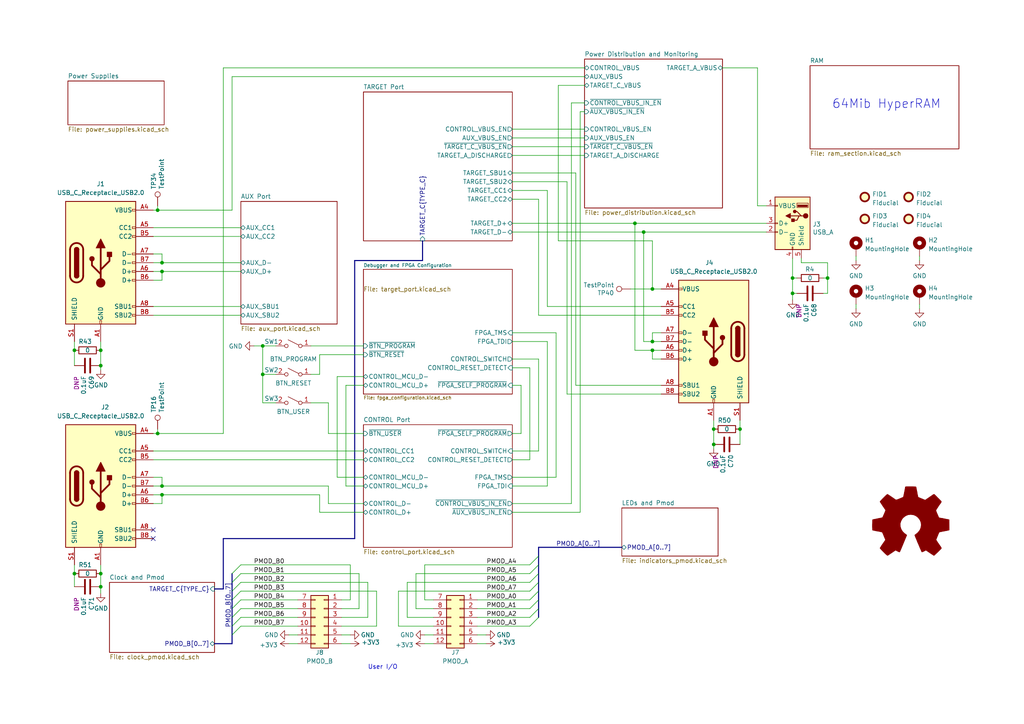
<source format=kicad_sch>
(kicad_sch (version 20211123) (generator eeschema)
  (paper "A4")
  (title_block (title "LUNA USB Multitool") (date "2023-03-09") (rev "r0.5+") (company "Copyright 2019-2023 Great Scott Gadgets") (comment 1 "Licensed under the CERN-OHL-P v2"))
  (lib_symbols
    (symbol "Connector:TestPoint" (pin_numbers hide) (pin_names (offset 0.762) hide)
      (property "Reference" "TP" (at 0 6.858 0))
      (property "Value" "TestPoint" (at 0 5.08 0))
      (symbol "TestPoint_0_1"
        (circle (center 0 3.302) (radius 0.762))
      )
      (symbol "TestPoint_1_1"
        (pin passive line (at 0 0 90) (length 2.54) (name "1") (number "1"))
      )
    )
    (symbol "Connector:USB_A" (pin_names (offset 1.016))
      (property "Reference" "J" (at -5.08 11.43 0))
      (property "Value" "USB_A" (at -5.08 8.89 0))
      (symbol "USB_A_0_1"
        (rectangle (start -5.08 -7.62) (end 5.08 7.62) (stroke (width 0.254)) (fill (type background)))
        (circle (center -3.81 2.159) (radius 0.635) (stroke (width 0.254)) (fill (type outline)))
        (rectangle (start -1.524 4.826) (end -4.318 5.334) (fill (type outline)))
        (rectangle (start -1.27 4.572) (end -4.572 5.842))
        (circle (center -0.635 3.429) (radius 0.381) (stroke (width 0.254)) (fill (type outline)))
        (rectangle (start -0.127 -7.62) (end 0.127 -6.858))
        (polyline (pts (xy -3.175 2.159) (xy -2.54 2.159) (xy -1.27 3.429) (xy -0.635 3.429)) (stroke (width 0.254)))
        (polyline (pts (xy -2.54 2.159) (xy -1.905 2.159) (xy -1.27 0.889) (xy 0 0.889)) (stroke (width 0.254)))
        (polyline (pts (xy 0.635 2.794) (xy 0.635 1.524) (xy 1.905 2.159) (xy 0.635 2.794)) (stroke (width 0.254)) (fill (type outline)))
        (rectangle (start 0.254 1.27) (end -0.508 0.508) (stroke (width 0.254)) (fill (type outline)))
        (rectangle (start 5.08 -2.667) (end 4.318 -2.413))
        (rectangle (start 5.08 -0.127) (end 4.318 0.127))
        (rectangle (start 5.08 4.953) (end 4.318 5.207))
      )
      (symbol "USB_A_1_1"
        (polyline (pts (xy -1.905 2.159) (xy 0.635 2.159)) (stroke (width 0.254)))
        (pin power_in line (at 7.62 5.08 180) (length 2.54) (name "VBUS") (number "1"))
        (pin bidirectional line (at 7.62 -2.54 180) (length 2.54) (name "D-") (number "2"))
        (pin bidirectional line (at 7.62 0 180) (length 2.54) (name "D+") (number "3"))
        (pin power_in line (at 0 -10.16 90) (length 2.54) (name "GND") (number "4"))
        (pin passive line (at -2.54 -10.16 90) (length 2.54) (name "Shield") (number "5"))
      )
    )
    (symbol "Connector:USB_C_Receptacle_USB2.0" (pin_names (offset 1.016))
      (property "Reference" "J" (at -10.16 19.05 0))
      (property "Value" "USB_C_Receptacle_USB2.0" (at 19.05 19.05 0))
      (symbol "USB_C_Receptacle_USB2.0_0_0"
        (rectangle (start -0.254 -17.78) (end 0.254 -16.764))
        (rectangle (start 10.16 -14.986) (end 9.144 -15.494))
        (rectangle (start 10.16 -12.446) (end 9.144 -12.954))
        (rectangle (start 10.16 -4.826) (end 9.144 -5.334))
        (rectangle (start 10.16 -2.286) (end 9.144 -2.794))
        (rectangle (start 10.16 0.254) (end 9.144 -0.254))
        (rectangle (start 10.16 2.794) (end 9.144 2.286))
        (rectangle (start 10.16 7.874) (end 9.144 7.366))
        (rectangle (start 10.16 10.414) (end 9.144 9.906))
        (rectangle (start 10.16 15.494) (end 9.144 14.986))
      )
      (symbol "USB_C_Receptacle_USB2.0_0_1"
        (rectangle (start -10.16 17.78) (end 10.16 -17.78) (stroke (width 0.254)) (fill (type background)))
        (arc (start -8.89 -3.81) (mid -6.985 -5.715) (end -5.08 -3.81) (stroke (width 0.508)))
        (arc (start -7.62 -3.81) (mid -6.985 -4.445) (end -6.35 -3.81) (stroke (width 0.254)))
        (arc (start -7.62 -3.81) (mid -6.985 -4.445) (end -6.35 -3.81) (stroke (width 0.254)) (fill (type outline)))
        (rectangle (start -7.62 -3.81) (end -6.35 3.81) (stroke (width 0.254)) (fill (type outline)))
        (arc (start -6.35 3.81) (mid -6.985 4.445) (end -7.62 3.81) (stroke (width 0.254)))
        (arc (start -6.35 3.81) (mid -6.985 4.445) (end -7.62 3.81) (stroke (width 0.254)) (fill (type outline)))
        (arc (start -5.08 3.81) (mid -6.985 5.715) (end -8.89 3.81) (stroke (width 0.508)))
        (circle (center -2.54 1.143) (radius 0.635) (stroke (width 0.254)) (fill (type outline)))
        (circle (center 0 -5.842) (radius 1.27) (fill (type outline)))
        (polyline (pts (xy -8.89 -3.81) (xy -8.89 3.81)) (stroke (width 0.508)))
        (polyline (pts (xy -5.08 3.81) (xy -5.08 -3.81)) (stroke (width 0.508)))
        (polyline (pts (xy 0 -5.842) (xy 0 4.318)) (stroke (width 0.508)))
        (polyline (pts (xy 0 -3.302) (xy -2.54 -0.762) (xy -2.54 0.508)) (stroke (width 0.508)))
        (polyline (pts (xy 0 -2.032) (xy 2.54 0.508) (xy 2.54 1.778)) (stroke (width 0.508)))
        (polyline (pts (xy -1.27 4.318) (xy 0 6.858) (xy 1.27 4.318) (xy -1.27 4.318)) (stroke (width 0.254)) (fill (type outline)))
        (rectangle (start 1.905 1.778) (end 3.175 3.048) (stroke (width 0.254)) (fill (type outline)))
      )
      (symbol "USB_C_Receptacle_USB2.0_1_1"
        (pin passive line (at 0 -22.86 90) (length 5.08) (name "GND") (number "A1"))
        (pin passive line (at 0 -22.86 90) (length 5.08) hide (name "GND") (number "A12"))
        (pin passive line (at 15.24 15.24 180) (length 5.08) (name "VBUS") (number "A4"))
        (pin bidirectional line (at 15.24 10.16 180) (length 5.08) (name "CC1") (number "A5"))
        (pin bidirectional line (at 15.24 -2.54 180) (length 5.08) (name "D+") (number "A6"))
        (pin bidirectional line (at 15.24 2.54 180) (length 5.08) (name "D-") (number "A7"))
        (pin bidirectional line (at 15.24 -12.7 180) (length 5.08) (name "SBU1") (number "A8"))
        (pin passive line (at 15.24 15.24 180) (length 5.08) hide (name "VBUS") (number "A9"))
        (pin passive line (at 0 -22.86 90) (length 5.08) hide (name "GND") (number "B1"))
        (pin passive line (at 0 -22.86 90) (length 5.08) hide (name "GND") (number "B12"))
        (pin passive line (at 15.24 15.24 180) (length 5.08) hide (name "VBUS") (number "B4"))
        (pin bidirectional line (at 15.24 7.62 180) (length 5.08) (name "CC2") (number "B5"))
        (pin bidirectional line (at 15.24 -5.08 180) (length 5.08) (name "D+") (number "B6"))
        (pin bidirectional line (at 15.24 0 180) (length 5.08) (name "D-") (number "B7"))
        (pin bidirectional line (at 15.24 -15.24 180) (length 5.08) (name "SBU2") (number "B8"))
        (pin passive line (at 15.24 15.24 180) (length 5.08) hide (name "VBUS") (number "B9"))
        (pin passive line (at -7.62 -22.86 90) (length 5.08) (name "SHIELD") (number "S1"))
      )
    )
    (symbol "Connector_Generic:Conn_02x06_Top_Bottom" (pin_names (offset 1.016) hide)
      (property "Reference" "J" (at 1.27 7.62 0))
      (property "Value" "Conn_02x06_Top_Bottom" (at 1.27 -10.16 0))
      (symbol "Conn_02x06_Top_Bottom_1_1"
        (rectangle (start -1.27 -7.493) (end 0 -7.747) (stroke (width 0.1524)))
        (rectangle (start -1.27 -4.953) (end 0 -5.207) (stroke (width 0.1524)))
        (rectangle (start -1.27 -2.413) (end 0 -2.667) (stroke (width 0.1524)))
        (rectangle (start -1.27 0.127) (end 0 -0.127) (stroke (width 0.1524)))
        (rectangle (start -1.27 2.667) (end 0 2.413) (stroke (width 0.1524)))
        (rectangle (start -1.27 5.207) (end 0 4.953) (stroke (width 0.1524)))
        (rectangle (start -1.27 6.35) (end 3.81 -8.89) (stroke (width 0.254)) (fill (type background)))
        (rectangle (start 3.81 -7.493) (end 2.54 -7.747) (stroke (width 0.1524)))
        (rectangle (start 3.81 -4.953) (end 2.54 -5.207) (stroke (width 0.1524)))
        (rectangle (start 3.81 -2.413) (end 2.54 -2.667) (stroke (width 0.1524)))
        (rectangle (start 3.81 0.127) (end 2.54 -0.127) (stroke (width 0.1524)))
        (rectangle (start 3.81 2.667) (end 2.54 2.413) (stroke (width 0.1524)))
        (rectangle (start 3.81 5.207) (end 2.54 4.953) (stroke (width 0.1524)))
        (pin passive line (at -5.08 5.08 0) (length 3.81) (name "Pin_1") (number "1"))
        (pin passive line (at 7.62 -2.54 180) (length 3.81) (name "Pin_10") (number "10"))
        (pin passive line (at 7.62 -5.08 180) (length 3.81) (name "Pin_11") (number "11"))
        (pin passive line (at 7.62 -7.62 180) (length 3.81) (name "Pin_12") (number "12"))
        (pin passive line (at -5.08 2.54 0) (length 3.81) (name "Pin_2") (number "2"))
        (pin passive line (at -5.08 0 0) (length 3.81) (name "Pin_3") (number "3"))
        (pin passive line (at -5.08 -2.54 0) (length 3.81) (name "Pin_4") (number "4"))
        (pin passive line (at -5.08 -5.08 0) (length 3.81) (name "Pin_5") (number "5"))
        (pin passive line (at -5.08 -7.62 0) (length 3.81) (name "Pin_6") (number "6"))
        (pin passive line (at 7.62 5.08 180) (length 3.81) (name "Pin_7") (number "7"))
        (pin passive line (at 7.62 2.54 180) (length 3.81) (name "Pin_8") (number "8"))
        (pin passive line (at 7.62 0 180) (length 3.81) (name "Pin_9") (number "9"))
      )
    )
    (symbol "Device:C" (pin_numbers hide) (pin_names (offset 0.254))
      (property "Reference" "C" (at 0.635 2.54 0))
      (property "Value" "C" (at 0.635 -2.54 0))
      (symbol "C_0_1"
        (polyline (pts (xy -2.032 -0.762) (xy 2.032 -0.762)) (stroke (width 0.508)))
        (polyline (pts (xy -2.032 0.762) (xy 2.032 0.762)) (stroke (width 0.508)))
      )
      (symbol "C_1_1"
        (pin passive line (at 0 3.81 270) (length 2.794) (name "~") (number "1"))
        (pin passive line (at 0 -3.81 90) (length 2.794) (name "~") (number "2"))
      )
    )
    (symbol "Device:R" (pin_numbers hide) (pin_names (offset 0))
      (property "Reference" "R" (at 2.032 0 90))
      (property "Value" "R" (at 0 0 90))
      (symbol "R_0_1"
        (rectangle (start -1.016 -2.54) (end 1.016 2.54) (stroke (width 0.254)))
      )
      (symbol "R_1_1"
        (pin passive line (at 0 3.81 270) (length 1.27) (name "~") (number "1"))
        (pin passive line (at 0 -3.81 90) (length 1.27) (name "~") (number "2"))
      )
    )
    (symbol "Graphic:Logo_Open_Hardware_Large" (pin_names (offset 1.016))
      (symbol "Logo_Open_Hardware_Large_1_1"
        (polyline (pts (xy 6.731 -8.7122) (xy 6.6294 -8.6614) (xy 6.35 -8.4836) (xy 5.9944 -8.255) (xy 5.5372 -7.9502) (xy 5.1054 -7.6454) (xy 4.7498 -7.4168) (xy 4.4958 -7.239) (xy 4.3942 -7.1882) (xy 4.318 -7.2136) (xy 4.1148 -7.3152) (xy 3.81 -7.4676) (xy 3.6322 -7.5692) (xy 3.3528 -7.6708) (xy 3.2258 -7.6962) (xy 3.2004 -7.6708) (xy 3.0988 -7.4676) (xy 2.9464 -7.0866) (xy 2.7178 -6.604) (xy 2.4892 -6.0452) (xy 2.2352 -5.4356) (xy 1.9558 -4.826) (xy 1.7272 -4.2164) (xy 1.4986 -3.683) (xy 1.3208 -3.2512) (xy 1.2192 -2.9464) (xy 1.1684 -2.8194) (xy 1.1938 -2.794) (xy 1.3208 -2.667) (xy 1.5748 -2.4892) (xy 2.0828 -2.0574) (xy 2.6162 -1.397) (xy 2.921 -0.6604) (xy 3.048 0.1524) (xy 2.9464 0.9144) (xy 2.6416 1.6256) (xy 2.1336 2.286) (xy 1.524 2.7686) (xy 0.8128 3.0734) (xy 0 3.175) (xy -0.762 3.0988) (xy -1.4986 2.794) (xy -2.159 2.286) (xy -2.4384 1.9812) (xy -2.8194 1.3208) (xy -3.048 0.6096) (xy -3.0734 0.4318) (xy -3.0226 -0.3556) (xy -2.794 -1.0922) (xy -2.3876 -1.7526) (xy -1.8288 -2.3114) (xy -1.7526 -2.3622) (xy -1.4732 -2.5654) (xy -1.2954 -2.6924) (xy -1.1684 -2.8194) (xy -2.159 -5.207) (xy -2.3114 -5.588) (xy -2.5908 -6.2484) (xy -2.8194 -6.8072) (xy -3.0226 -7.2644) (xy -3.1496 -7.5692) (xy -3.2258 -7.6708) (xy -3.2258 -7.6962) (xy -3.302 -7.6962) (xy -3.4798 -7.6454) (xy -3.8354 -7.4676) (xy -4.0386 -7.366) (xy -4.2926 -7.239) (xy -4.4196 -7.1882) (xy -4.5212 -7.239) (xy -4.7498 -7.3914) (xy -5.1054 -7.6454) (xy -5.5372 -7.9248) (xy -5.9436 -8.2042) (xy -6.3246 -8.4582) (xy -6.604 -8.636) (xy -6.731 -8.7122) (xy -6.7564 -8.7122) (xy -6.858 -8.636) (xy -7.0866 -8.4582) (xy -7.4168 -8.1534) (xy -7.874 -7.6962) (xy -7.9502 -7.62) (xy -8.3312 -7.239) (xy -8.636 -6.9088) (xy -8.8392 -6.6802) (xy -8.9154 -6.5786) (xy -8.9154 -6.5786) (xy -8.8392 -6.4516) (xy -8.6614 -6.1722) (xy -8.4328 -5.7912) (xy -8.128 -5.3594) (xy -7.3152 -4.191) (xy -7.7724 -3.0988) (xy -7.8994 -2.7686) (xy -8.0772 -2.3622) (xy -8.2042 -2.0828) (xy -8.255 -1.9558) (xy -8.382 -1.905) (xy -8.6614 -1.8542) (xy -9.0932 -1.7526) (xy -9.6266 -1.651) (xy -10.1092 -1.5748) (xy -10.541 -1.4732) (xy -10.8712 -1.4224) (xy -11.0236 -1.397) (xy -11.049 -1.3716) (xy -11.0744 -1.2954) (xy -11.0998 -1.143) (xy -11.0998 -0.889) (xy -11.1252 -0.4572) (xy -11.1252 0.1524) (xy -11.1252 0.2286) (xy -11.0998 0.8128) (xy -11.0998 1.27) (xy -11.0744 1.5494) (xy -11.0744 1.6764) (xy -11.0744 1.6764) (xy -10.922 1.7018) (xy -10.6172 1.778) (xy -10.16 1.8542) (xy -9.652 1.9558) (xy -9.6012 1.9812) (xy -9.0932 2.0828) (xy -8.636 2.159) (xy -8.3312 2.2352) (xy -8.2042 2.286) (xy -8.1788 2.3114) (xy -8.0772 2.5146) (xy -7.9248 2.8448) (xy -7.747 3.2512) (xy -7.5692 3.6576) (xy -7.4168 4.0386) (xy -7.3152 4.318) (xy -7.2898 4.445) (xy -7.2898 4.445) (xy -7.366 4.572) (xy -7.5438 4.826) (xy -7.7978 5.207) (xy -8.128 5.6642) (xy -8.128 5.6896) (xy -8.4328 6.1468) (xy -8.6868 6.5278) (xy -8.8392 6.7818) (xy -8.9154 6.9088) (xy -8.9154 6.9088) (xy -8.8138 7.0358) (xy -8.5852 7.2898) (xy -8.255 7.6454) (xy -7.874 8.0264) (xy -7.747 8.1534) (xy -7.3152 8.5852) (xy -7.0104 8.8646) (xy -6.8326 8.9916) (xy -6.731 9.0424) (xy -6.731 9.0424) (xy -6.604 8.9408) (xy -6.3246 8.763) (xy -5.9436 8.509) (xy -5.4864 8.2042) (xy -5.461 8.1788) (xy -5.0038 7.874) (xy -4.6482 7.62) (xy -4.3688 7.4422) (xy -4.2672 7.3914) (xy -4.2418 7.3914) (xy -4.064 7.4422) (xy -3.7338 7.5438) (xy -3.3528 7.6962) (xy -2.9464 7.874) (xy -2.5654 8.0264) (xy -2.286 8.1534) (xy -2.159 8.2296) (xy -2.159 8.2296) (xy -2.1082 8.382) (xy -2.032 8.7122) (xy -1.9304 9.1694) (xy -1.8288 9.7282) (xy -1.8034 9.8044) (xy -1.7018 10.3378) (xy -1.6256 10.7696) (xy -1.5748 11.0744) (xy -1.524 11.2014) (xy -1.4478 11.2268) (xy -1.1938 11.2522) (xy -0.8128 11.2522) (xy -0.3302 11.2522) (xy 0.1524 11.2522) (xy 0.6604 11.2522) (xy 1.0668 11.2268) (xy 1.3716 11.2014) (xy 1.4986 11.176) (xy 1.4986 11.176) (xy 1.5494 11.0236) (xy 1.6256 10.6934) (xy 1.7018 10.2108) (xy 1.8288 9.6774) (xy 1.8288 9.5758) (xy 1.9304 9.0424) (xy 2.032 8.6106) (xy 2.0828 8.3058) (xy 2.1336 8.2042) (xy 2.159 8.1788) (xy 2.3876 8.0772) (xy 2.7432 7.9248) (xy 3.175 7.747) (xy 4.191 7.3406) (xy 5.461 8.2042) (xy 5.5626 8.2804) (xy 6.0198 8.5852) (xy 6.3754 8.8392) (xy 6.6294 8.9916) (xy 6.7564 9.0424) (xy 6.7564 9.0424) (xy 6.8834 8.9408) (xy 7.1374 8.7122) (xy 7.4676 8.382) (xy 7.8486 7.9756) (xy 8.1534 7.6962) (xy 8.4836 7.3406) (xy 8.7122 7.112) (xy 8.8392 6.9596) (xy 8.8646 6.858) (xy 8.8646 6.8072) (xy 8.7884 6.6802) (xy 8.6106 6.4008) (xy 8.3312 6.0198) (xy 8.0264 5.588) (xy 7.7978 5.207) (xy 7.5184 4.8006) (xy 7.3406 4.4958) (xy 7.2898 4.3434) (xy 7.2898 4.2926) (xy 7.3914 4.0386) (xy 7.5184 3.683) (xy 7.7216 3.2258) (xy 8.1534 2.2352) (xy 8.7884 2.1082) (xy 9.1948 2.0574) (xy 9.7536 1.9304) (xy 10.2616 1.8288) (xy 11.0998 1.6764) (xy 11.1252 -1.3208) (xy 10.9982 -1.3716) (xy 10.8712 -1.397) (xy 10.5664 -1.4732) (xy 10.1346 -1.5494) (xy 9.6266 -1.651) (xy 9.1948 -1.7272) (xy 8.7376 -1.8288) (xy 8.4328 -1.8796) (xy 8.2804 -1.905) (xy 8.255 -1.9558) (xy 8.1534 -2.159) (xy 7.9756 -2.5146) (xy 7.8232 -2.921) (xy 7.6454 -3.3274) (xy 7.493 -3.7338) (xy 7.366 -4.0132) (xy 7.3406 -4.191) (xy 7.3914 -4.2926) (xy 7.5692 -4.5466) (xy 7.7978 -4.9276) (xy 8.1026 -5.3594) (xy 8.4074 -5.7912) (xy 8.6614 -6.1722) (xy 8.8138 -6.4262) (xy 8.89 -6.5532) (xy 8.8646 -6.6548) (xy 8.6868 -6.858) (xy 8.3566 -7.1882) (xy 7.874 -7.6708) (xy 7.7978 -7.747) (xy 7.3914 -8.128) (xy 7.0612 -8.4328) (xy 6.8326 -8.636) (xy 6.731 -8.7122)) (fill (type outline)))
      )
    )
    (symbol "Mechanical:Fiducial"
      (property "Reference" "FID" (at 0 5.08 0))
      (property "Value" "Fiducial" (at 0 3.175 0))
      (symbol "Fiducial_0_1"
        (circle (center 0 0) (radius 1.27) (stroke (width 0.508)) (fill (type background)))
      )
    )
    (symbol "Mechanical:MountingHole_Pad" (pin_numbers hide) (pin_names (offset 1.016) hide)
      (property "Reference" "H" (at 0 6.35 0))
      (property "Value" "MountingHole_Pad" (at 0 4.445 0))
      (symbol "MountingHole_Pad_0_1"
        (circle (center 0 1.27) (radius 1.27) (stroke (width 1.27)))
      )
      (symbol "MountingHole_Pad_1_1"
        (pin input line (at 0 -2.54 90) (length 2.54) (name "1") (number "1"))
      )
    )
    (symbol "Switch:SW_SPST" (pin_names (offset 0) hide)
      (property "Reference" "SW" (at 0 3.175 0))
      (property "Value" "SW_SPST" (at 0 -2.54 0))
      (symbol "SW_SPST_0_0"
        (circle (center -2.032 0) (radius 0.508))
        (polyline (pts (xy -1.524 0.254) (xy 1.524 1.778)))
        (circle (center 2.032 0) (radius 0.508))
      )
      (symbol "SW_SPST_1_1"
        (pin passive line (at -5.08 0 0) (length 2.54) (name "A") (number "1"))
        (pin passive line (at 5.08 0 180) (length 2.54) (name "B") (number "2"))
      )
    )
    (symbol "power:+3V3" (power) (pin_names (offset 0))
      (property "Value" "+3V3" (at 0 3.556 0))
      (symbol "+3V3_0_1"
        (polyline (pts (xy -0.762 1.27) (xy 0 2.54)))
        (polyline (pts (xy 0 0) (xy 0 2.54)))
        (polyline (pts (xy 0 2.54) (xy 0.762 1.27)))
      )
      (symbol "+3V3_1_1"
        (pin power_in line (at 0 0 90) (length 0) hide (name "+3V3") (number "1"))
      )
    )
    (symbol "power:GND" (power) (pin_names (offset 0))
      (property "Value" "GND" (at 0 -3.81 0))
      (symbol "GND_0_1"
        (polyline (pts (xy 0 0) (xy 0 -1.27) (xy 1.27 -1.27) (xy 0 -2.54) (xy -1.27 -1.27) (xy 0 -1.27)))
      )
      (symbol "GND_1_1"
        (pin power_in line (at 0 0 270) (length 0) hide (name "GND") (number "1"))
      )
    )
  )
  (bus_alias "TYPE_C" (members "SDA" "SCL" "SBU1S" "SBU2S" "~{INT}" "~{FAULT}"))
  (bus_alias "ULPI" (members "DATA[0..7]" "CLK" "DIR" "STP" "NXT" "~{RESET}"))
  (junction (at 29.21 166.37))
  (junction (at 240.03 80.645))
  (junction (at 76.2 100.33))
  (junction (at 46.99 78.74))
  (junction (at 76.2 108.585))
  (junction (at 29.21 101.6))
  (junction (at 46.99 143.51))
  (junction (at 214.63 124.46))
  (junction (at 45.72 125.73))
  (junction (at 229.87 80.645))
  (junction (at 21.59 101.6))
  (junction (at 189.23 101.6))
  (junction (at 184.15 64.77))
  (junction (at 45.72 60.96))
  (junction (at 29.21 106.045))
  (junction (at 29.21 170.18))
  (junction (at 46.99 76.2))
  (junction (at 207.01 124.46))
  (junction (at 186.69 67.31))
  (junction (at 207.01 128.905))
  (junction (at 189.23 83.82))
  (junction (at 46.99 140.97))
  (junction (at 189.23 99.06))
  (junction (at 21.59 166.37))
  (junction (at 229.87 85.09))
  (no_connect (at 44.45 156.21))
  (no_connect (at 44.45 153.67))
  (bus_entry (at 156.21 179.07) (size -2.54 2.54))
  (bus_entry (at 156.21 173.99) (size -2.54 2.54))
  (bus_entry (at 67.31 179.07) (size 2.54 -2.54))
  (bus_entry (at 67.31 173.99) (size 2.54 -2.54))
  (bus_entry (at 156.21 176.53) (size -2.54 2.54))
  (bus_entry (at 67.31 168.91) (size 2.54 -2.54))
  (bus_entry (at 67.31 181.61) (size 2.54 -2.54))
  (bus_entry (at 67.31 176.53) (size 2.54 -2.54))
  (bus_entry (at 67.31 171.45) (size 2.54 -2.54))
  (bus_entry (at 67.31 166.37) (size 2.54 -2.54))
  (bus_entry (at 156.21 171.45) (size -2.54 2.54))
  (bus_entry (at 156.21 168.91) (size -2.54 2.54))
  (bus_entry (at 156.21 163.83) (size -2.54 2.54))
  (bus_entry (at 156.21 166.37) (size -2.54 2.54))
  (bus_entry (at 156.21 161.29) (size -2.54 2.54))
  (bus_entry (at 67.31 184.15) (size 2.54 -2.54))
  (wire (pts (xy 232.41 76.2) (xy 240.03 76.2)))
  (wire (pts (xy 138.43 184.15) (xy 140.97 184.15)))
  (wire (pts (xy 21.59 101.6) (xy 21.59 106.045)))
  (wire (pts (xy 115.57 171.45) (xy 153.67 171.45)))
  (wire (pts (xy 29.21 101.6) (xy 29.21 106.045)))
  (wire (pts (xy 148.59 106.68) (xy 153.67 106.68)))
  (wire (pts (xy 99.06 173.99) (xy 101.6 173.99)))
  (wire (pts (xy 90.17 108.585) (xy 92.71 108.585)))
  (wire (pts (xy 148.59 42.545) (xy 169.545 42.545)))
  (wire (pts (xy 151.13 125.73) (xy 151.13 111.76)))
  (wire (pts (xy 138.43 181.61) (xy 153.67 181.61)))
  (bus (pts (xy 156.21 161.29) (xy 156.21 163.83)))
  (wire (pts (xy 44.45 125.73) (xy 45.72 125.73)))
  (wire (pts (xy 44.45 143.51) (xy 46.99 143.51)))
  (wire (pts (xy 156.21 130.81) (xy 148.59 130.81)))
  (wire (pts (xy 191.77 83.82) (xy 189.23 83.82)))
  (wire (pts (xy 148.59 96.52) (xy 161.29 96.52)))
  (wire (pts (xy 104.14 176.53) (xy 104.14 166.37)))
  (wire (pts (xy 151.13 111.76) (xy 148.59 111.76)))
  (wire (pts (xy 219.71 19.685) (xy 209.55 19.685)))
  (bus (pts (xy 156.21 173.99) (xy 156.21 176.53)))
  (wire (pts (xy 156.21 104.14) (xy 156.21 130.81)))
  (wire (pts (xy 148.59 125.73) (xy 151.13 125.73)))
  (wire (pts (xy 182.88 83.82) (xy 189.23 83.82)))
  (wire (pts (xy 158.75 55.245) (xy 148.59 55.245)))
  (wire (pts (xy 148.59 37.465) (xy 169.545 37.465)))
  (wire (pts (xy 69.85 68.58) (xy 44.45 68.58)))
  (wire (pts (xy 148.59 104.14) (xy 156.21 104.14)))
  (bus (pts (xy 62.23 186.69) (xy 67.31 186.69)))
  (bus (pts (xy 67.31 166.37) (xy 67.31 168.91)))
  (wire (pts (xy 161.925 24.765) (xy 161.925 69.85)))
  (bus (pts (xy 102.87 75.565) (xy 122.555 75.565)))
  (bus (pts (xy 67.31 184.15) (xy 67.31 186.69)))
  (wire (pts (xy 123.19 184.15) (xy 125.73 184.15)))
  (wire (pts (xy 148.59 64.77) (xy 184.15 64.77)))
  (bus (pts (xy 156.21 158.75) (xy 180.34 158.75)))
  (wire (pts (xy 169.545 45.085) (xy 148.59 45.085)))
  (wire (pts (xy 191.77 88.9) (xy 158.75 88.9)))
  (wire (pts (xy 80.01 116.84) (xy 76.2 116.84)))
  (wire (pts (xy 207.01 124.46) (xy 207.01 128.905)))
  (wire (pts (xy 46.99 76.2) (xy 44.45 76.2)))
  (wire (pts (xy 44.45 78.74) (xy 46.99 78.74)))
  (wire (pts (xy 153.67 168.91) (xy 118.11 168.91)))
  (wire (pts (xy 29.21 166.37) (xy 29.21 170.18)))
  (wire (pts (xy 125.73 186.69) (xy 123.19 186.69)))
  (bus (pts (xy 156.21 163.83) (xy 156.21 166.37)))
  (wire (pts (xy 45.72 125.73) (xy 64.77 125.73)))
  (bus (pts (xy 156.21 171.45) (xy 156.21 173.99)))
  (wire (pts (xy 29.21 99.06) (xy 29.21 101.6)))
  (bus (pts (xy 67.31 176.53) (xy 67.31 179.07)))
  (wire (pts (xy 100.33 140.97) (xy 105.41 140.97)))
  (wire (pts (xy 240.03 85.09) (xy 240.03 80.645)))
  (wire (pts (xy 266.7 89.535) (xy 266.7 88.265)))
  (wire (pts (xy 29.21 106.045) (xy 29.21 107.315)))
  (wire (pts (xy 153.67 179.07) (xy 138.43 179.07)))
  (wire (pts (xy 184.15 64.77) (xy 184.15 101.6)))
  (wire (pts (xy 115.57 171.45) (xy 115.57 181.61)))
  (wire (pts (xy 69.85 76.2) (xy 46.99 76.2)))
  (wire (pts (xy 21.59 99.06) (xy 21.59 101.6)))
  (bus (pts (xy 64.77 156.21) (xy 102.87 156.21)))
  (bus (pts (xy 102.87 156.21) (xy 102.87 75.565)))
  (wire (pts (xy 99.06 176.53) (xy 104.14 176.53)))
  (wire (pts (xy 104.14 166.37) (xy 69.85 166.37)))
  (wire (pts (xy 191.77 114.3) (xy 164.465 114.3)))
  (wire (pts (xy 186.69 99.06) (xy 189.23 99.06)))
  (wire (pts (xy 29.21 170.18) (xy 29.21 172.085)))
  (wire (pts (xy 92.71 108.585) (xy 92.71 102.87)))
  (wire (pts (xy 153.67 163.83) (xy 123.19 163.83)))
  (wire (pts (xy 148.59 57.785) (xy 156.21 57.785)))
  (wire (pts (xy 169.545 29.845) (xy 165.735 29.845)))
  (wire (pts (xy 156.21 57.785) (xy 156.21 91.44)))
  (bus (pts (xy 67.31 179.07) (xy 67.31 181.61)))
  (wire (pts (xy 232.41 74.93) (xy 232.41 76.2)))
  (wire (pts (xy 240.03 76.2) (xy 240.03 80.645)))
  (wire (pts (xy 148.59 148.59) (xy 168.275 148.59)))
  (bus (pts (xy 156.21 158.75) (xy 156.21 161.29)))
  (bus (pts (xy 67.31 168.91) (xy 67.31 171.45)))
  (wire (pts (xy 69.85 179.07) (xy 86.36 179.07)))
  (wire (pts (xy 123.19 163.83) (xy 123.19 173.99)))
  (wire (pts (xy 44.45 60.96) (xy 45.72 60.96)))
  (wire (pts (xy 46.99 81.28) (xy 46.99 78.74)))
  (wire (pts (xy 69.85 171.45) (xy 109.22 171.45)))
  (wire (pts (xy 164.465 114.3) (xy 164.465 52.705)))
  (wire (pts (xy 109.22 171.45) (xy 109.22 181.61)))
  (wire (pts (xy 106.68 179.07) (xy 106.68 168.91)))
  (wire (pts (xy 92.71 143.51) (xy 46.99 143.51)))
  (wire (pts (xy 46.99 73.66) (xy 46.99 76.2)))
  (wire (pts (xy 120.65 166.37) (xy 153.67 166.37)))
  (wire (pts (xy 189.23 69.85) (xy 161.925 69.85)))
  (wire (pts (xy 45.72 59.69) (xy 45.72 60.96)))
  (wire (pts (xy 191.77 99.06) (xy 189.23 99.06)))
  (wire (pts (xy 184.15 101.6) (xy 189.23 101.6)))
  (wire (pts (xy 148.59 140.97) (xy 158.75 140.97)))
  (bus (pts (xy 67.31 181.61) (xy 67.31 184.15)))
  (wire (pts (xy 76.2 108.585) (xy 80.01 108.585)))
  (wire (pts (xy 229.87 85.09) (xy 231.14 85.09)))
  (wire (pts (xy 186.69 67.31) (xy 148.59 67.31)))
  (wire (pts (xy 105.41 100.33) (xy 90.17 100.33)))
  (wire (pts (xy 138.43 176.53) (xy 153.67 176.53)))
  (wire (pts (xy 67.31 60.96) (xy 67.31 22.225)))
  (wire (pts (xy 169.545 24.765) (xy 161.925 24.765)))
  (wire (pts (xy 167.005 111.76) (xy 191.77 111.76)))
  (wire (pts (xy 168.275 32.385) (xy 168.275 148.59)))
  (wire (pts (xy 207.01 121.92) (xy 207.01 124.46)))
  (wire (pts (xy 100.33 111.76) (xy 100.33 140.97)))
  (wire (pts (xy 168.275 32.385) (xy 169.545 32.385)))
  (wire (pts (xy 189.23 83.82) (xy 189.23 69.85)))
  (wire (pts (xy 161.29 96.52) (xy 161.29 138.43)))
  (wire (pts (xy 165.735 29.845) (xy 165.735 146.05)))
  (wire (pts (xy 100.33 111.76) (xy 105.41 111.76)))
  (wire (pts (xy 76.2 116.84) (xy 76.2 108.585)))
  (wire (pts (xy 229.87 80.645) (xy 231.14 80.645)))
  (bus (pts (xy 67.31 171.45) (xy 67.31 173.99)))
  (wire (pts (xy 95.25 146.05) (xy 105.41 146.05)))
  (wire (pts (xy 67.31 22.225) (xy 169.545 22.225)))
  (wire (pts (xy 64.77 125.73) (xy 64.77 19.685)))
  (wire (pts (xy 164.465 52.705) (xy 148.59 52.705)))
  (wire (pts (xy 123.19 173.99) (xy 125.73 173.99)))
  (wire (pts (xy 92.71 102.87) (xy 105.41 102.87)))
  (wire (pts (xy 29.21 163.83) (xy 29.21 166.37)))
  (wire (pts (xy 248.285 75.565) (xy 248.285 74.295)))
  (wire (pts (xy 83.82 186.69) (xy 86.36 186.69)))
  (wire (pts (xy 92.71 143.51) (xy 92.71 148.59)))
  (wire (pts (xy 83.82 184.15) (xy 86.36 184.15)))
  (wire (pts (xy 207.01 128.905) (xy 207.01 130.175)))
  (wire (pts (xy 69.85 173.99) (xy 86.36 173.99)))
  (bus (pts (xy 156.21 166.37) (xy 156.21 168.91)))
  (wire (pts (xy 118.11 168.91) (xy 118.11 179.07)))
  (wire (pts (xy 248.285 89.535) (xy 248.285 88.265)))
  (wire (pts (xy 99.06 186.69) (xy 101.6 186.69)))
  (wire (pts (xy 99.06 179.07) (xy 106.68 179.07)))
  (wire (pts (xy 148.59 50.165) (xy 167.005 50.165)))
  (wire (pts (xy 238.76 85.09) (xy 240.03 85.09)))
  (wire (pts (xy 229.87 85.09) (xy 229.87 86.995)))
  (wire (pts (xy 148.59 99.06) (xy 158.75 99.06)))
  (bus (pts (xy 156.21 168.91) (xy 156.21 171.45)))
  (wire (pts (xy 266.7 75.565) (xy 266.7 74.295)))
  (wire (pts (xy 140.97 186.69) (xy 138.43 186.69)))
  (bus (pts (xy 67.31 173.99) (xy 67.31 176.53)))
  (wire (pts (xy 46.99 138.43) (xy 46.99 140.97)))
  (wire (pts (xy 156.21 91.44) (xy 191.77 91.44)))
  (wire (pts (xy 191.77 101.6) (xy 189.23 101.6)))
  (bus (pts (xy 64.77 170.815) (xy 64.77 156.21)))
  (wire (pts (xy 106.68 168.91) (xy 69.85 168.91)))
  (wire (pts (xy 45.72 124.46) (xy 45.72 125.73)))
  (wire (pts (xy 125.73 181.61) (xy 115.57 181.61)))
  (wire (pts (xy 44.45 73.66) (xy 46.99 73.66)))
  (wire (pts (xy 86.36 181.61) (xy 69.85 181.61)))
  (wire (pts (xy 44.45 140.97) (xy 46.99 140.97)))
  (wire (pts (xy 153.67 106.68) (xy 153.67 133.35)))
  (wire (pts (xy 169.545 40.005) (xy 148.59 40.005)))
  (wire (pts (xy 109.22 181.61) (xy 99.06 181.61)))
  (wire (pts (xy 165.735 146.05) (xy 148.59 146.05)))
  (wire (pts (xy 120.65 176.53) (xy 120.65 166.37)))
  (wire (pts (xy 125.73 176.53) (xy 120.65 176.53)))
  (wire (pts (xy 64.77 19.685) (xy 169.545 19.685)))
  (bus (pts (xy 62.23 170.815) (xy 64.77 170.815)))
  (wire (pts (xy 240.03 80.645) (xy 238.76 80.645)))
  (wire (pts (xy 95.25 140.97) (xy 95.25 146.05)))
  (wire (pts (xy 153.67 173.99) (xy 138.43 173.99)))
  (wire (pts (xy 214.63 124.46) (xy 214.63 128.905)))
  (wire (pts (xy 44.45 66.04) (xy 69.85 66.04)))
  (wire (pts (xy 69.85 91.44) (xy 44.45 91.44)))
  (wire (pts (xy 189.23 101.6) (xy 189.23 104.14)))
  (wire (pts (xy 222.25 64.77) (xy 184.15 64.77)))
  (wire (pts (xy 99.06 184.15) (xy 101.6 184.15)))
  (wire (pts (xy 46.99 146.05) (xy 44.45 146.05)))
  (wire (pts (xy 189.23 99.06) (xy 189.23 96.52)))
  (wire (pts (xy 21.59 166.37) (xy 21.59 170.18)))
  (wire (pts (xy 97.79 109.22) (xy 97.79 138.43)))
  (wire (pts (xy 97.79 138.43) (xy 105.41 138.43)))
  (wire (pts (xy 158.75 99.06) (xy 158.75 140.97)))
  (wire (pts (xy 46.99 143.51) (xy 46.99 146.05)))
  (wire (pts (xy 222.25 59.69) (xy 219.71 59.69)))
  (wire (pts (xy 90.17 116.84) (xy 95.25 116.84)))
  (wire (pts (xy 229.87 80.645) (xy 229.87 85.09)))
  (wire (pts (xy 44.45 81.28) (xy 46.99 81.28)))
  (wire (pts (xy 44.45 133.35) (xy 105.41 133.35)))
  (wire (pts (xy 46.99 78.74) (xy 69.85 78.74)))
  (wire (pts (xy 148.59 138.43) (xy 161.29 138.43)))
  (wire (pts (xy 105.41 109.22) (xy 97.79 109.22)))
  (wire (pts (xy 76.2 100.33) (xy 76.2 108.585)))
  (wire (pts (xy 153.67 133.35) (xy 148.59 133.35)))
  (wire (pts (xy 44.45 138.43) (xy 46.99 138.43)))
  (bus (pts (xy 122.555 75.565) (xy 122.555 69.85)))
  (wire (pts (xy 118.11 179.07) (xy 125.73 179.07)))
  (wire (pts (xy 101.6 163.83) (xy 69.85 163.83)))
  (wire (pts (xy 21.59 166.37) (xy 21.59 163.83)))
  (wire (pts (xy 95.25 125.73) (xy 105.41 125.73)))
  (wire (pts (xy 101.6 173.99) (xy 101.6 163.83)))
  (wire (pts (xy 95.25 140.97) (xy 46.99 140.97)))
  (wire (pts (xy 222.25 67.31) (xy 186.69 67.31)))
  (wire (pts (xy 76.2 100.33) (xy 80.01 100.33)))
  (wire (pts (xy 219.71 59.69) (xy 219.71 19.685)))
  (bus (pts (xy 156.21 176.53) (xy 156.21 179.07)))
  (wire (pts (xy 214.63 124.46) (xy 214.63 121.92)))
  (wire (pts (xy 45.72 60.96) (xy 67.31 60.96)))
  (wire (pts (xy 95.25 116.84) (xy 95.25 125.73)))
  (wire (pts (xy 44.45 88.9) (xy 69.85 88.9)))
  (wire (pts (xy 86.36 176.53) (xy 69.85 176.53)))
  (wire (pts (xy 189.23 104.14) (xy 191.77 104.14)))
  (wire (pts (xy 167.005 50.165) (xy 167.005 111.76)))
  (wire (pts (xy 44.45 130.81) (xy 105.41 130.81)))
  (wire (pts (xy 189.23 96.52) (xy 191.77 96.52)))
  (wire (pts (xy 158.75 88.9) (xy 158.75 55.245)))
  (wire (pts (xy 92.71 148.59) (xy 105.41 148.59)))
  (wire (pts (xy 73.66 100.33) (xy 76.2 100.33)))
  (wire (pts (xy 229.87 74.93) (xy 229.87 80.645)))
  (wire (pts (xy 186.69 67.31) (xy 186.69 99.06)))
  (text "User I/O" (at 106.68 194.31 0) (effects (font (size 1.27 1.27)) (justify left bottom)))
  (text "64Mib HyperRAM" (at 241.3 31.75 0) (effects (font (size 2.54 2.54)) (justify left bottom)))
  (label "PMOD_A6" (at 149.86 168.91 180))
  (label "PMOD_B6" (at 82.55 179.07 180))
  (label "PMOD_A7" (at 149.86 171.45 180))
  (label "PMOD_B0" (at 82.55 163.83 180))
  (label "PMOD_B5" (at 82.55 176.53 180))
  (label "PMOD_B7" (at 82.55 181.61 180))
  (label "PMOD_A2" (at 149.86 179.07 180))
  (label "PMOD_B1" (at 82.55 166.37 180))
  (label "PMOD_B4" (at 82.55 173.99 180))
  (label "PMOD_A1" (at 149.86 176.53 180))
  (label "PMOD_A0" (at 149.86 173.99 180))
  (label "PMOD_A3" (at 149.86 181.61 180))
  (label "PMOD_A4" (at 149.86 163.83 180))
  (label "PMOD_B3" (at 82.55 171.45 180))
  (label "PMOD_B[0..7]" (at 67.31 168.91 270))
  (label "PMOD_B2" (at 82.55 168.91 180))
  (label "PMOD_A[0..7]" (at 161.29 158.75 0))
  (label "PMOD_A5" (at 149.86 166.37 180))
  (symbol (lib_id "power:GND") (at 29.21 107.315 0) (unit 1)
    (property "Reference" "#PWR01" (effects hide))
    (property "Value" "GND" (at 29.3116 111.6838 0))
  )
  (symbol (lib_id "power:GND") (at 207.01 130.175 0) (mirror y) (unit 1)
    (property "Reference" "#PWR09" (effects hide))
    (property "Value" "GND" (at 206.9084 134.5438 0))
  )
  (symbol (lib_id "Connector:USB_A") (at 229.87 64.77 0) (mirror y) (unit 1)
    (property "Reference" "J3" (at 235.6866 65.0494 0) (effects (justify right)))
    (property "Value" "USB_A" (at 235.6866 67.3354 0) (effects (justify right)))
    (property "Footprint" "luna:USB_A_Kycon_KUSBXHT-SB-AS1N-B30-NF_Horizontal" (effects hide))
    (property "Datasheet" " ~" (effects hide))
    (property "Description" "USB A TYPE RECEPTACLE, SHORT BODY" (effects hide))
    (property "Manufacturer" "Jing Extension of the Electronic Co." (effects hide))
    (property "Part Number" "C42411" (effects hide))
    (property "Substitution" "Kycon KUSBXHT-SB-AS1N-B30-NF, Tensility 54-00015, GCT USB1125-GF-B" (effects hide))
  )
  (symbol (lib_id "power:GND") (at 229.87 86.995 0) (unit 1)
    (property "Reference" "#PWR08" (effects hide))
    (property "Value" "GND" (at 229.9716 91.3638 0))
  )
  (symbol (lib_id "Switch:SW_SPST") (at 85.09 100.33 0) (mirror y) (unit 1)
    (property "Reference" "SW1" (at 78.74 99.06 0))
    (property "Value" "BTN_PROGRAM" (at 85.09 104.14 0))
    (property "Footprint" "luna:SW_Tactile_SPST_Angled_TC-1109DE-B-F" (effects hide))
    (property "Description" "SWITCH TACTILE SPST-NO 0.05A 12V" (effects hide))
    (property "Manufacturer" "XKB" (effects hide))
    (property "Part Number" "TC-1109DE-B-F" (effects hide))
  )
  (symbol (lib_id "power:GND") (at 140.97 184.15 90) (mirror x) (unit 1)
    (property "Reference" "#PWR0110" (effects hide))
    (property "Value" "GND" (at 146.05 184.15 90))
  )
  (symbol (lib_id "Switch:SW_SPST") (at 85.09 108.585 0) (mirror y) (unit 1)
    (property "Reference" "SW2" (at 78.74 107.315 0))
    (property "Value" "BTN_RESET" (at 85.09 111.125 0))
    (property "Footprint" "luna:SW_Tactile_SPST_Angled_TC-1109DE-B-F" (effects hide))
    (property "Description" "SWITCH TACTILE SPST-NO 0.05A 12V" (effects hide))
    (property "Manufacturer" "XKB" (effects hide))
    (property "Part Number" "TC-1109DE-B-F" (effects hide))
  )
  (symbol (lib_id "power:GND") (at 73.66 100.33 270) (unit 1)
    (property "Reference" "#PWR0102" (effects hide))
    (property "Value" "GND" (at 70.4088 100.4316 90) (effects (justify right)))
  )
  (symbol (lib_id "Graphic:Logo_Open_Hardware_Large") (at 264.16 152.4 0) (unit 1) (in_bom no) (on_board no)
    (property "Reference" "#LOGO1" (effects hide))
    (property "Value" "Logo_Open_Hardware_Large" (effects hide))
  )
  (symbol (lib_id "Connector:USB_C_Receptacle_USB2.0") (at 29.21 76.2 0) (unit 1)
    (property "Reference" "J1" (at 29.21 53.34 0))
    (property "Value" "USB_C_Receptacle_USB2.0" (at 29.21 55.88 0))
    (property "Footprint" "luna:USB_C_Receptacle_HRO_TYPE-C-31-M-12" (effects hide))
    (property "Description" "CONN RCPT USB2.0 TYPE-C 16POS" (effects hide))
    (property "Manufacturer" "XKB" (effects hide))
    (property "Part Number" "U262-161N-4BVC11" (effects hide))
    (property "Substitution" "HRO TYPE-C-31-M-12, GCT USB4105-GF-A, Cvilux USA CU3216SASDLR009-NH" (effects hide))
  )
  (symbol (lib_id "Connector:USB_C_Receptacle_USB2.0") (at 207.01 99.06 0) (mirror y) (unit 1)
    (property "Reference" "J4" (at 205.74 76.2 0))
    (property "Value" "USB_C_Receptacle_USB2.0" (at 207.01 78.74 0))
    (property "Footprint" "luna:USB_C_Receptacle_HRO_TYPE-C-31-M-12" (effects hide))
    (property "Description" "CONN RCPT USB2.0 TYPE-C 16POS" (effects hide))
    (property "Manufacturer" "XKB" (effects hide))
    (property "Part Number" "U262-161N-4BVC11" (effects hide))
    (property "Substitution" "HRO TYPE-C-31-M-12, GCT USB4105-GF-A, Cvilux USA CU3216SASDLR009-NH" (effects hide))
  )
  (symbol (lib_id "Connector:USB_C_Receptacle_USB2.0") (at 29.21 140.97 0) (unit 1)
    (property "Reference" "J2" (at 30.48 118.11 0))
    (property "Value" "USB_C_Receptacle_USB2.0" (at 29.21 120.65 0))
    (property "Footprint" "luna:USB_C_Receptacle_HRO_TYPE-C-31-M-12" (effects hide))
    (property "Description" "CONN RCPT USB2.0 TYPE-C 16POS" (effects hide))
    (property "Manufacturer" "XKB" (effects hide))
    (property "Part Number" "U262-161N-4BVC11" (effects hide))
    (property "Substitution" "HRO TYPE-C-31-M-12, GCT USB4105-GF-A, Cvilux USA CU3216SASDLR009-NH" (effects hide))
  )
  (symbol (lib_id "power:GND") (at 29.21 172.085 0) (unit 1)
    (property "Reference" "#PWR0125" (effects hide))
    (property "Value" "GND" (at 29.3116 176.4538 0))
  )
  (symbol (lib_id "Connector_Generic:Conn_02x06_Top_Bottom") (at 93.98 179.07 0) (mirror y) (unit 1)
    (property "Reference" "J8" (at 92.71 189.23 0))
    (property "Value" "PMOD_B" (at 92.71 191.77 0))
    (property "Footprint" "luna:PinSocket_2x06_P2.54mm_PMOD" (effects hide))
    (property "Part Number" "PPPC062LJBN-RC" (effects hide))
    (property "Manufacturer" "Sullins Connector Solutions" (effects hide))
    (property "Description" "CONN HDR 12POS 0.1 GOLD PCB R/A" (effects hide))
    (property "Note" "populate only when assembling for installation in enclosure" (effects hide))
  )
  (symbol (lib_id "power:+3V3") (at 101.6 186.69 270) (mirror x) (unit 1)
    (property "Reference" "#PWR0123" (effects hide))
    (property "Value" "+3V3" (at 104.8512 186.309 90) (effects (justify left)))
  )
  (symbol (lib_id "power:+3V3") (at 83.82 186.69 90) (mirror x) (unit 1)
    (property "Reference" "#PWR0130" (effects hide))
    (property "Value" "+3V3" (at 80.5688 187.071 90) (effects (justify left)))
  )
  (symbol (lib_id "power:GND") (at 101.6 184.15 90) (mirror x) (unit 1)
    (property "Reference" "#PWR0132" (effects hide))
    (property "Value" "GND" (at 106.68 184.15 90))
  )
  (symbol (lib_id "power:GND") (at 83.82 184.15 270) (mirror x) (unit 1)
    (property "Reference" "#PWR0134" (effects hide))
    (property "Value" "GND" (at 78.74 184.15 90))
  )
  (symbol (lib_id "Connector_Generic:Conn_02x06_Top_Bottom") (at 133.35 179.07 0) (mirror y) (unit 1)
    (property "Reference" "J7" (at 132.08 189.23 0))
    (property "Value" "PMOD_A" (at 132.08 191.77 0))
    (property "Footprint" "luna:PinSocket_2x06_P2.54mm_PMOD" (effects hide))
    (property "Part Number" "PPPC062LJBN-RC" (effects hide))
    (property "Manufacturer" "Sullins Connector Solutions" (effects hide))
    (property "Description" "CONN HDR 12POS 0.1 GOLD PCB R/A" (effects hide))
    (property "Note" "populate only when assembling for installation in enclosure" (effects hide))
  )
  (symbol (lib_id "power:+3V3") (at 140.97 186.69 270) (mirror x) (unit 1)
    (property "Reference" "#PWR0120" (effects hide))
    (property "Value" "+3V3" (at 144.2212 186.309 90) (effects (justify left)))
  )
  (symbol (lib_id "power:+3V3") (at 123.19 186.69 90) (mirror x) (unit 1)
    (property "Reference" "#PWR0121" (effects hide))
    (property "Value" "+3V3" (at 119.9388 187.071 90) (effects (justify left)))
  )
  (symbol (lib_id "power:GND") (at 123.19 184.15 270) (mirror x) (unit 1)
    (property "Reference" "#PWR0111" (effects hide))
    (property "Value" "GND" (at 118.11 184.15 90))
  )
  (symbol (lib_id "Device:R") (at 210.82 124.46 90) (unit 1)
    (property "Reference" "R50" (at 212.09 121.92 90) (effects (justify left)))
    (property "Value" "0" (at 210.82 124.46 90))
    (property "Footprint" "Resistor_SMD:R_0402_1005Metric" (effects hide))
    (property "Part Number" "RC0402FR-070RL" (effects hide))
    (property "Substitution" "any equivalent" (effects hide))
    (property "Description" "RES 0 OHM JUMPER 1/16W 0402" (effects hide))
    (property "Manufacturer" "Yageo" (effects hide))
  )
  (symbol (lib_id "Device:R") (at 25.4 166.37 90) (unit 1)
    (property "Reference" "R51" (at 26.67 163.83 90) (effects (justify left)))
    (property "Value" "0" (at 25.4 166.37 90))
    (property "Footprint" "Resistor_SMD:R_0402_1005Metric" (effects hide))
    (property "Part Number" "RC0402FR-070RL" (effects hide))
    (property "Substitution" "any equivalent" (effects hide))
    (property "Description" "RES 0 OHM JUMPER 1/16W 0402" (effects hide))
    (property "Manufacturer" "Yageo" (effects hide))
  )
  (symbol (lib_id "Mechanical:MountingHole_Pad") (at 248.285 85.725 0) (unit 1) (in_bom no)
    (property "Reference" "H3" (at 250.825 83.6203 0) (effects (justify left)))
    (property "Value" "MountingHole" (at 250.825 86.1572 0) (effects (justify left)))
    (property "Footprint" "MountingHole:MountingHole_2.2mm_M2_Pad_Via" (effects hide))
  )
  (symbol (lib_id "Connector:TestPoint") (at 45.72 59.69 0) (unit 1) (in_bom no)
    (property "Reference" "TP34" (at 44.577 54.9402 90) (effects (justify left)))
    (property "Value" "TestPoint" (at 46.863 54.9402 90) (effects (justify left)))
    (property "Footprint" "TestPoint:TestPoint_Pad_D1.0mm" (effects hide))
  )
  (symbol (lib_id "Mechanical:MountingHole_Pad") (at 266.7 85.725 0) (unit 1) (in_bom no)
    (property "Reference" "H4" (at 269.24 83.6203 0) (effects (justify left)))
    (property "Value" "MountingHole" (at 269.24 86.1572 0) (effects (justify left)))
    (property "Footprint" "MountingHole:MountingHole_2.2mm_M2_Pad_Via" (effects hide))
  )
  (symbol (lib_id "Mechanical:Fiducial") (at 263.525 63.5 0) (unit 1) (in_bom no)
    (property "Reference" "FID4" (at 265.684 62.6653 0) (effects (justify left)))
    (property "Value" "Fiducial" (at 265.684 65.2022 0) (effects (justify left)))
    (property "Footprint" "Fiducial:Fiducial_0.5mm_Mask1mm" (effects hide))
  )
  (symbol (lib_id "Device:C") (at 234.95 85.09 270) (unit 1)
    (property "Reference" "C68" (at 236.093 88.011 0) (effects (justify left)))
    (property "Value" "0.1uF" (at 233.807 88.011 0) (effects (justify left)))
    (property "Footprint" "Capacitor_SMD:C_0402_1005Metric" (effects hide))
    (property "Part Number" "CL05A104KA5NNNC" (effects hide))
    (property "Substitution" "any equivalent" (effects hide))
    (property "DNP" "DNP" (at 231.775 90.17 0))
    (property "Description" "CAP CER 0.1UF 25V X5R 0402" (effects hide))
    (property "Manufacturer" "Samsung" (effects hide))
  )
  (symbol (lib_id "Mechanical:Fiducial") (at 250.825 63.5 0) (unit 1) (in_bom no)
    (property "Reference" "FID3" (at 252.984 62.6653 0) (effects (justify left)))
    (property "Value" "Fiducial" (at 252.984 65.2022 0) (effects (justify left)))
    (property "Footprint" "Fiducial:Fiducial_0.5mm_Mask1mm" (effects hide))
  )
  (symbol (lib_id "Mechanical:Fiducial") (at 250.825 57.15 0) (unit 1) (in_bom no)
    (property "Reference" "FID1" (at 252.984 56.3153 0) (effects (justify left)))
    (property "Value" "Fiducial" (at 252.984 58.8522 0) (effects (justify left)))
    (property "Footprint" "Fiducial:Fiducial_0.5mm_Mask1mm" (effects hide))
  )
  (symbol (lib_id "Mechanical:MountingHole_Pad") (at 266.7 71.755 0) (unit 1) (in_bom no)
    (property "Reference" "H2" (at 269.24 69.6503 0) (effects (justify left)))
    (property "Value" "MountingHole" (at 269.24 72.1872 0) (effects (justify left)))
    (property "Footprint" "MountingHole:MountingHole_2.2mm_M2_Pad_Via" (effects hide))
  )
  (symbol (lib_id "power:GND") (at 248.285 89.535 0) (unit 1)
    (property "Reference" "#PWR0106" (effects hide))
    (property "Value" "GND" (at 248.285 93.9784 0))
  )
  (symbol (lib_id "power:GND") (at 248.285 75.565 0) (unit 1)
    (property "Reference" "#PWR016" (effects hide))
    (property "Value" "GND" (at 248.285 80.0084 0))
  )
  (symbol (lib_id "Connector:TestPoint") (at 45.72 124.46 0) (unit 1) (in_bom no)
    (property "Reference" "TP16" (at 44.577 119.7102 90) (effects (justify left)))
    (property "Value" "TestPoint" (at 46.863 119.7102 90) (effects (justify left)))
    (property "Footprint" "TestPoint:TestPoint_Pad_D1.0mm" (effects hide))
  )
  (symbol (lib_id "Device:R") (at 25.4 101.6 90) (unit 1)
    (property "Reference" "R43" (at 26.67 99.06 90) (effects (justify left)))
    (property "Value" "0" (at 25.4 101.6 90))
    (property "Footprint" "Resistor_SMD:R_0402_1005Metric" (effects hide))
    (property "Part Number" "RC0402FR-070RL" (effects hide))
    (property "Substitution" "any equivalent" (effects hide))
    (property "Description" "RES 0 OHM JUMPER 1/16W 0402" (effects hide))
    (property "Manufacturer" "Yageo" (effects hide))
  )
  (symbol (lib_id "Device:C") (at 210.82 128.905 270) (unit 1)
    (property "Reference" "C70" (at 211.963 131.826 0) (effects (justify left)))
    (property "Value" "0.1uF" (at 209.677 131.826 0) (effects (justify left)))
    (property "Footprint" "Capacitor_SMD:C_0402_1005Metric" (effects hide))
    (property "Part Number" "CL05A104KA5NNNC" (effects hide))
    (property "Substitution" "any equivalent" (effects hide))
    (property "DNP" "DNP" (at 207.645 133.985 0))
    (property "Description" "CAP CER 0.1UF 25V X5R 0402" (effects hide))
    (property "Manufacturer" "Samsung" (effects hide))
  )
  (symbol (lib_id "power:GND") (at 266.7 75.565 0) (unit 1)
    (property "Reference" "#PWR0104" (effects hide))
    (property "Value" "GND" (at 266.7 80.0084 0))
  )
  (symbol (lib_id "Device:C") (at 25.4 170.18 270) (unit 1)
    (property "Reference" "C71" (at 26.543 173.101 0) (effects (justify left)))
    (property "Value" "0.1uF" (at 24.257 173.101 0) (effects (justify left)))
    (property "Footprint" "Capacitor_SMD:C_0402_1005Metric" (effects hide))
    (property "Part Number" "CL05A104KA5NNNC" (effects hide))
    (property "Substitution" "any equivalent" (effects hide))
    (property "DNP" "DNP" (at 22.225 175.26 0))
    (property "Description" "CAP CER 0.1UF 25V X5R 0402" (effects hide))
    (property "Manufacturer" "Samsung" (effects hide))
  )
  (symbol (lib_id "Device:C") (at 25.4 106.045 270) (unit 1)
    (property "Reference" "C69" (at 26.543 108.966 0) (effects (justify left)))
    (property "Value" "0.1uF" (at 24.257 108.966 0) (effects (justify left)))
    (property "Footprint" "Capacitor_SMD:C_0402_1005Metric" (effects hide))
    (property "Part Number" "CL05A104KA5NNNC" (effects hide))
    (property "Substitution" "any equivalent" (effects hide))
    (property "DNP" "DNP" (at 22.225 111.125 0))
    (property "Description" "CAP CER 0.1UF 25V X5R 0402" (effects hide))
    (property "Manufacturer" "Samsung" (effects hide))
  )
  (symbol (lib_id "Switch:SW_SPST") (at 85.09 116.84 0) (mirror y) (unit 1)
    (property "Reference" "SW3" (at 78.74 115.57 0))
    (property "Value" "BTN_USER" (at 85.09 119.38 0))
    (property "Footprint" "luna:SW_Tactile_SPST_Angled_TC-1109DE-B-F" (effects hide))
    (property "Description" "SWITCH TACTILE SPST-NO 0.05A 12V" (effects hide))
    (property "Manufacturer" "XKB" (effects hide))
    (property "Part Number" "TC-1109DE-B-F" (effects hide))
  )
  (symbol (lib_id "Mechanical:MountingHole_Pad") (at 248.285 71.755 0) (unit 1) (in_bom no)
    (property "Reference" "H1" (at 250.825 69.6503 0) (effects (justify left)))
    (property "Value" "MountingHole" (at 250.825 72.1872 0) (effects (justify left)))
    (property "Footprint" "MountingHole:MountingHole_2.2mm_M2_Pad_Via" (effects hide))
  )
  (symbol (lib_id "power:GND") (at 266.7 89.535 0) (unit 1)
    (property "Reference" "#PWR0137" (effects hide))
    (property "Value" "GND" (at 266.7 93.9784 0))
  )
  (symbol (lib_id "Connector:TestPoint") (at 182.88 83.82 90) (unit 1) (in_bom no)
    (property "Reference" "TP40" (at 178.1302 84.963 90) (effects (justify left)))
    (property "Value" "TestPoint" (at 178.1302 82.677 90) (effects (justify left)))
    (property "Footprint" "TestPoint:TestPoint_Pad_D1.0mm" (effects hide))
  )
  (symbol (lib_id "Device:R") (at 234.95 80.645 90) (unit 1)
    (property "Reference" "R4" (at 236.22 78.105 90) (effects (justify left)))
    (property "Value" "0" (at 234.95 80.645 90))
    (property "Footprint" "Resistor_SMD:R_0402_1005Metric" (effects hide))
    (property "Part Number" "RC0402FR-070RL" (effects hide))
    (property "Substitution" "any equivalent" (effects hide))
    (property "Description" "RES 0 OHM JUMPER 1/16W 0402" (effects hide))
    (property "Manufacturer" "Yageo" (effects hide))
  )
  (symbol (lib_id "Mechanical:Fiducial") (at 263.525 57.15 0) (unit 1) (in_bom no)
    (property "Reference" "FID2" (at 265.684 56.3153 0) (effects (justify left)))
    (property "Value" "Fiducial" (at 265.684 58.8522 0) (effects (justify left)))
    (property "Footprint" "Fiducial:Fiducial_0.5mm_Mask1mm" (effects hide))
  )
  (sheet (at 19.685 23.495) (size 27.94 12.7)
    (property "Sheet name" "Power Supplies" (at 19.685 22.7834 0) (effects (justify left bottom)))
    (property "Sheet file" "power_supplies.kicad_sch" (at 19.685 36.7796 0) (effects (justify left top)))
  )
  (sheet (at 105.41 78.105) (size 43.18 36.195)
    (property "Sheet name" "Debugger and FPGA Configuration" (at 105.41 77.5331 0) (effects (font (size 0.9906 0.9906)) (justify left bottom)))
    (property "Sheet file" "fpga_configuration.kicad_sch" (at 105.41 114.7728 0) (effects (font (size 0.9906 0.9906)) (justify left top)))
    (pin "FPGA_TDI" output (at 148.59 99.06 0))
    (pin "FPGA_TMS" input (at 148.59 96.52 0))
    (pin "~{FPGA_SELF_PROGRAM}" input (at 148.59 111.76 0))
    (pin "CONTROL_MCU_D-" bidirectional (at 105.41 109.22 180))
    (pin "CONTROL_MCU_D+" bidirectional (at 105.41 111.76 180))
    (pin "CONTROL_SWITCH" output (at 148.59 104.14 0))
    (pin "CONTROL_RESET_DETECT" input (at 148.59 106.68 0))
    (pin "~{BTN_RESET}" input (at 105.41 102.87 180))
    (pin "~{BTN_PROGRAM}" input (at 105.41 100.33 180))
  )
  (sheet (at 105.41 123.19) (size 43.18 35.56)
    (property "Sheet name" "CONTROL Port" (at 105.41 122.4784 0) (effects (justify left bottom)))
    (property "Sheet file" "control_port.kicad_sch" (at 105.41 159.3346 0) (effects (justify left top)))
    (pin "~{FPGA_SELF_PROGRAM}" output (at 148.59 125.73 0))
    (pin "CONTROL_CC1" bidirectional (at 105.41 130.81 180))
    (pin "CONTROL_CC2" bidirectional (at 105.41 133.35 180))
    (pin "CONTROL_MCU_D+" bidirectional (at 105.41 140.97 180))
    (pin "CONTROL_MCU_D-" bidirectional (at 105.41 138.43 180))
    (pin "CONTROL_D-" bidirectional (at 105.41 146.05 180))
    (pin "CONTROL_D+" bidirectional (at 105.41 148.59 180))
    (pin "CONTROL_SWITCH" input (at 148.59 130.81 0))
    (pin "CONTROL_RESET_DETECT" output (at 148.59 133.35 0))
    (pin "FPGA_TMS" output (at 148.59 138.43 0))
    (pin "FPGA_TDI" input (at 148.59 140.97 0))
    (pin "~{CONTROL_VBUS_IN_EN}" output (at 148.59 146.05 0))
    (pin "~{AUX_VBUS_IN_EN}" output (at 148.59 148.59 0))
    (pin "~{BTN_USER}" input (at 105.41 125.73 180))
  )
  (sheet (at 69.85 58.42) (size 27.94 35.56)
    (property "Sheet name" "AUX Port" (at 69.85 57.7084 0) (effects (justify left bottom)))
    (property "Sheet file" "aux_port.kicad_sch" (at 69.85 94.5646 0) (effects (justify left top)))
    (pin "AUX_D+" bidirectional (at 69.85 78.74 180))
    (pin "AUX_D-" bidirectional (at 69.85 76.2 180))
    (pin "AUX_CC1" bidirectional (at 69.85 66.04 180))
    (pin "AUX_CC2" bidirectional (at 69.85 68.58 180))
    (pin "AUX_SBU1" bidirectional (at 69.85 88.9 180))
    (pin "AUX_SBU2" bidirectional (at 69.85 91.44 180))
  )
  (sheet (at 105.41 26.67) (size 43.18 43.18)
    (property "Sheet name" "TARGET Port" (at 105.41 25.9584 0) (effects (justify left bottom)))
    (property "Sheet file" "target_port.kicad_sch" (at 105.41 83.1346 0) (effects (justify left top)))
    (pin "TARGET_D+" bidirectional (at 148.59 64.77 0))
    (pin "TARGET_D-" bidirectional (at 148.59 67.31 0))
    (pin "TARGET_SBU1" bidirectional (at 148.59 50.165 0))
    (pin "TARGET_SBU2" bidirectional (at 148.59 52.705 0))
    (pin "AUX_VBUS_EN" output (at 148.59 40.005 0))
    (pin "CONTROL_VBUS_EN" output (at 148.59 37.465 0))
    (pin "~{TARGET_C_VBUS_EN}" output (at 148.59 42.545 0))
    (pin "TARGET_CC1" bidirectional (at 148.59 55.245 0))
    (pin "TARGET_CC2" bidirectional (at 148.59 57.785 0))
    (pin "TARGET_A_DISCHARGE" output (at 148.59 45.085 0))
    (pin "TARGET_C{TYPE_C}" input (at 122.555 69.85 270))
  )
  (sheet (at 234.95 19.05) (size 43.18 24.13)
    (property "Sheet name" "RAM" (at 234.95 18.3384 0) (effects (justify left bottom)))
    (property "Sheet file" "ram_section.kicad_sch" (at 234.95 43.7646 0) (effects (justify left top)))
  )
  (sheet (at 180.34 147.32) (size 27.94 13.97)
    (property "Sheet name" "LEDs and Pmod" (at 180.34 146.6084 0) (effects (justify left bottom)))
    (property "Sheet file" "indicators_pmod.kicad_sch" (at 180.34 161.8746 0) (effects (justify left top)))
    (pin "PMOD_A[0..7]" bidirectional (at 180.34 158.75 180))
  )
  (sheet (at 31.75 168.91) (size 30.48 20.32)
    (property "Sheet name" "Clock and Pmod" (at 31.75 168.1984 0) (effects (justify left bottom)))
    (property "Sheet file" "clock_pmod.kicad_sch" (at 31.75 189.8146 0) (effects (justify left top)))
    (pin "PMOD_B[0..7]" bidirectional (at 62.23 186.69 0))
    (pin "TARGET_C{TYPE_C}" input (at 62.23 170.815 0))
  )
  (sheet (at 169.545 17.145) (size 40.005 43.18) (stroke (width 0.1524))
    (property "Sheet name" "Power Distribution and Monitoring" (at 169.545 16.4334 0) (effects (justify left bottom)))
    (property "Sheet file" "power_distribution.kicad_sch" (at 169.545 60.9096 0) (effects (justify left top)))
    (pin "CONTROL_VBUS_EN" input (at 169.545 37.465 180))
    (pin "AUX_VBUS" bidirectional (at 169.545 22.225 180))
    (pin "CONTROL_VBUS" bidirectional (at 169.545 19.685 180))
    (pin "TARGET_C_VBUS" bidirectional (at 169.545 24.765 180))
    (pin "TARGET_A_VBUS" bidirectional (at 209.55 19.685 0))
    (pin "AUX_VBUS_EN" input (at 169.545 40.005 180))
    (pin "~{TARGET_C_VBUS_EN}" input (at 169.545 42.545 180))
    (pin "~{CONTROL_VBUS_IN_EN}" input (at 169.545 29.845 180))
    (pin "~{AUX_VBUS_IN_EN}" input (at 169.545 32.385 180))
    (pin "TARGET_A_DISCHARGE" input (at 169.545 45.085 180))
  )
)
</source>
